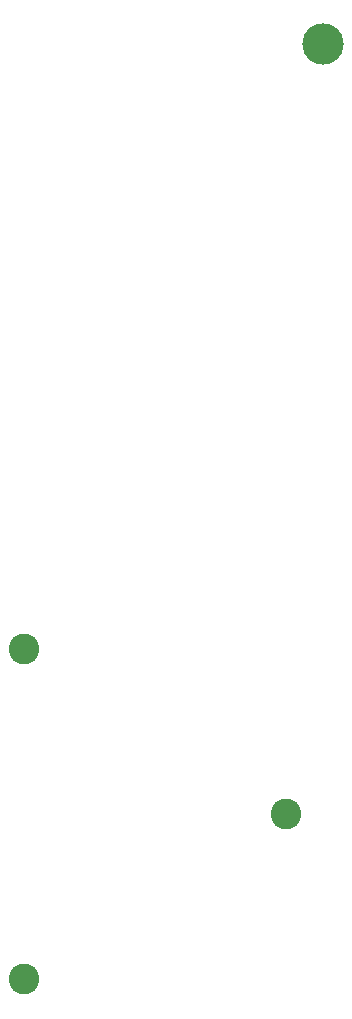
<source format=gbr>
%TF.GenerationSoftware,KiCad,Pcbnew,7.0.6*%
%TF.CreationDate,2023-07-29T04:39:12-03:00*%
%TF.ProjectId,OpenLabGeniosNano_V1,4f70656e-4c61-4624-9765-6e696f734e61,V1.0*%
%TF.SameCoordinates,Original*%
%TF.FileFunction,NonPlated,1,2,NPTH,Drill*%
%TF.FilePolarity,Positive*%
%FSLAX46Y46*%
G04 Gerber Fmt 4.6, Leading zero omitted, Abs format (unit mm)*
G04 Created by KiCad (PCBNEW 7.0.6) date 2023-07-29 04:39:12*
%MOMM*%
%LPD*%
G01*
G04 APERTURE LIST*
%TA.AperFunction,ComponentDrill*%
%ADD10C,2.600000*%
%TD*%
%TA.AperFunction,ComponentDrill*%
%ADD11C,3.500000*%
%TD*%
G04 APERTURE END LIST*
D10*
%TO.C,BT1*%
X121050000Y-82100000D03*
X121050000Y-110100000D03*
X143250000Y-96100000D03*
D11*
%TO.C,H1*%
X146360000Y-30940000D03*
M02*

</source>
